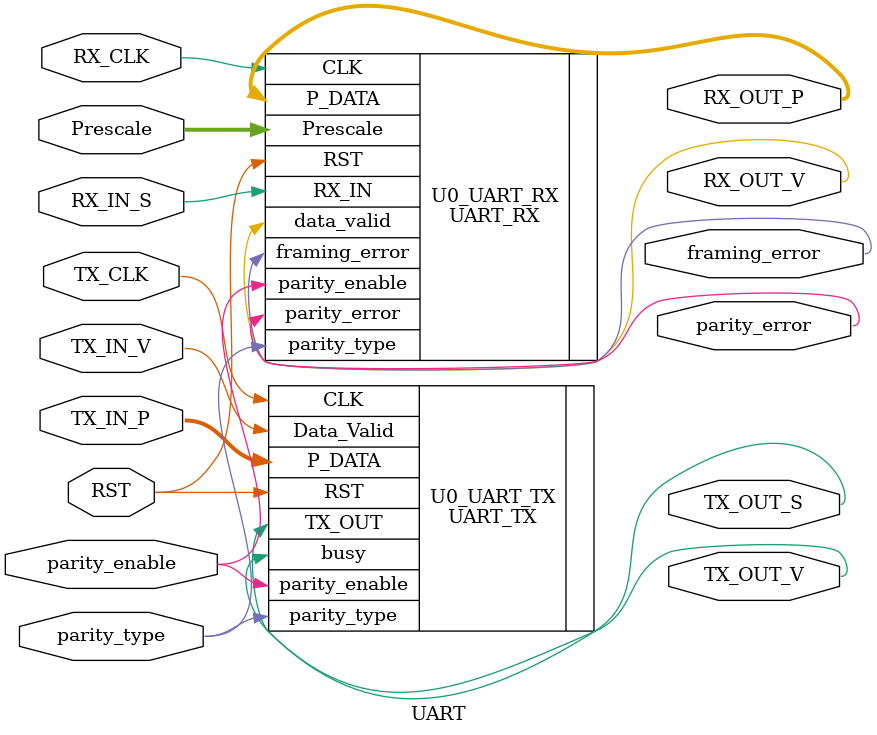
<source format=v>
module UART #(parameter DATA_WIDTH = 8)(
    input   wire                          RST,
    input   wire                          TX_CLK,
    input   wire                          RX_CLK,
    input   wire                          RX_IN_S,
    output  wire   [DATA_WIDTH-1:0]       RX_OUT_P, 
    output  wire                          RX_OUT_V,
    input   wire   [DATA_WIDTH-1:0]       TX_IN_P, 
    input   wire                          TX_IN_V, 
    output  wire                          TX_OUT_S,
    output  wire                          TX_OUT_V,  
    input   wire   [5:0]                  Prescale, 
    input   wire                          parity_enable,
    input   wire                          parity_type,
    output  wire                          parity_error,
    output  wire                          framing_error
);



// UART_RX module instantiation
UART_RX U0_UART_RX (
    .CLK(RX_CLK),
    .RST(RST),
    .RX_IN(RX_IN_S),
    .Prescale(Prescale),
    .parity_enable(parity_enable),
    .parity_type(parity_type),
    .P_DATA(RX_OUT_P), 
    .data_valid(RX_OUT_V),
    .parity_error(parity_error),
    .framing_error(framing_error)
);

// UART_TX module instantiation
UART_TX #(.DATA_WIDTH(DATA_WIDTH)) U0_UART_TX (
    .CLK(TX_CLK),
    .RST(RST),
    .P_DATA(TX_IN_P),
    .Data_Valid(TX_IN_V),
    .parity_enable(parity_enable),
    .parity_type(parity_type), 
    .TX_OUT(TX_OUT_S),
    .busy(TX_OUT_V)
);

endmodule

</source>
